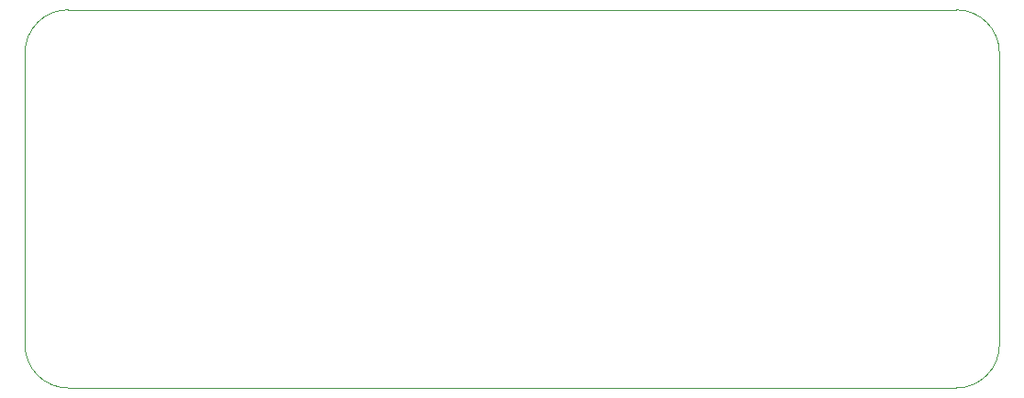
<source format=gko>
G04*
G04 #@! TF.GenerationSoftware,Altium Limited,Altium Designer,21.2.1 (34)*
G04*
G04 Layer_Color=16711935*
%FSTAX24Y24*%
%MOIN*%
G70*
G04*
G04 #@! TF.SameCoordinates,B5EDC26F-F54B-4B64-A331-42E7CDC04EED*
G04*
G04*
G04 #@! TF.FilePolarity,Positive*
G04*
G01*
G75*
%ADD41C,0.0039*%
D41*
X057364Y030671D02*
G03*
X055789Y032246I-001575J0D01*
G01*
Y018466D02*
G03*
X057364Y020041I0J001575D01*
G01*
X021931D02*
G03*
X023505Y018466I001575J0D01*
G01*
X023505Y032246D02*
G03*
X021931Y030671I0J-001575D01*
G01*
X057364Y020041D02*
Y030671D01*
X023505Y032246D02*
X055789D01*
X023505Y018466D02*
X055789D01*
X021931Y020041D02*
Y030671D01*
M02*

</source>
